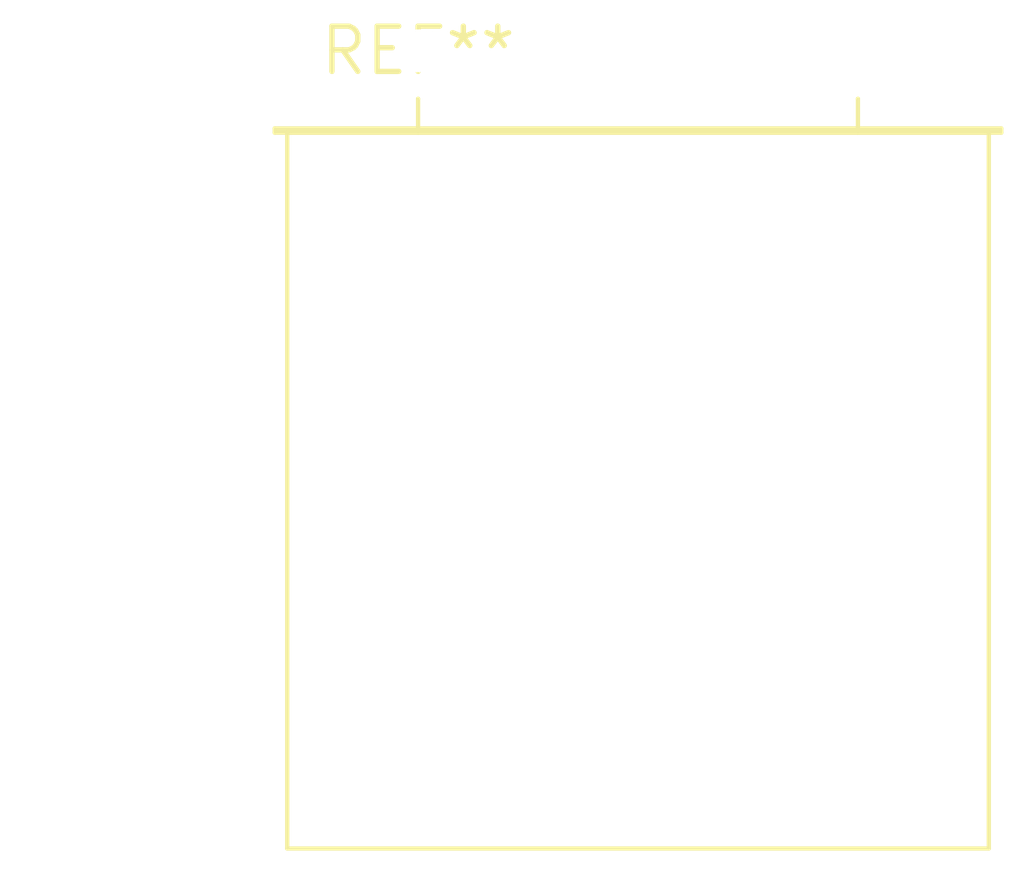
<source format=kicad_pcb>
(kicad_pcb (version 20240108) (generator pcbnew)
  (layers (0 "F.Cu" signal) (31 "B.Cu" signal) (34 "B.Paste" user) (35 "F.Paste" user) (36 "B.SilkS" user "B.Silkscreen") (37 "F.SilkS" user "F.Silkscreen") (38 "B.Mask" user) (39 "F.Mask" user) (44 "Edge.Cuts" user))
  (net 0 "")
  (footprint "Crystal_HC51_Horizontal" (layer "F.Cu") (at 0 0)
    (property "Reference" "REF**")
    (property "Value" "Crystal_HC51_Horizontal")
    (fp_line (start -4.025 2.18) (end 16.375 2.18) (layer "F.SilkS") (stroke (width 0.12)))
    (fp_line (start -4.025 2.3) (end -4.025 2.18) (layer "F.SilkS") (stroke (width 0.12)))
    (fp_line (start -3.675 2.3) (end -3.675 22.4) (layer "F.SilkS") (stroke (width 0.12)))
    (fp_line (start -3.675 22.4) (end 16.025 22.4) (layer "F.SilkS") (stroke (width 0.12)))
    (fp_line (start 0 1.35) (end 0 1.35) (layer "F.SilkS") (stroke (width 0.12)))
    (fp_line (start 0 2.3) (end 0 1.35) (layer "F.SilkS") (stroke (width 0.12)))
    (fp_line (start 12.35 1.35) (end 12.35 1.35) (layer "F.SilkS") (stroke (width 0.12)))
    (fp_line (start 12.35 2.3) (end 12.35 1.35) (layer "F.SilkS") (stroke (width 0.12)))
    (fp_line (start 16.025 2.3) (end -3.675 2.3) (layer "F.SilkS") (stroke (width 0.12)))
    (fp_line (start 16.025 22.4) (end 16.025 2.3) (layer "F.SilkS") (stroke (width 0.12)))
    (fp_line (start 16.375 2.18) (end 16.375 2.3) (layer "F.SilkS") (stroke (width 0.12)))
    (fp_line (start 16.375 2.3) (end -4.025 2.3) (layer "F.SilkS") (stroke (width 0.12)))
    (pad "1" thru_hole circle (at 0 0) (size 2.3 2.3) (drill 1.2) (layers *.Cu *.Mask) (remove_unused_layers))
    (pad "2" thru_hole circle (at 12.35 0) (size 2.3 2.3) (drill 1.2) (layers *.Cu *.Mask) (remove_unused_layers))
  )
)
</source>
